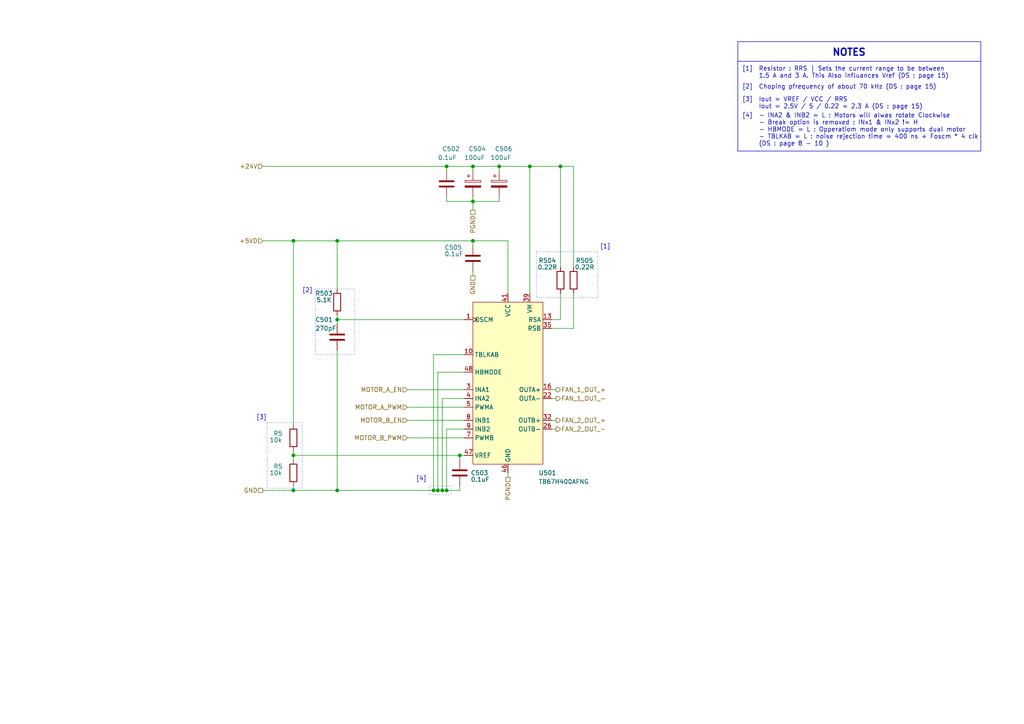
<source format=kicad_sch>
(kicad_sch (version 20230121) (generator eeschema)

  (uuid 0cf16c84-e357-4852-8281-f7d90423262f)

  (paper "A4")

  (title_block
    (title "Reflow Oven Control")
    (date "2023-04-16")
    (rev "1.1")
  )

  (lib_symbols
    (symbol "350_power_driver_motor_dc:TB67H400AFNG,EL" (in_bom yes) (on_board yes)
      (property "Reference" "U501" (at 8.89 -24.13 0)
        (effects (font (size 1.27 1.27)) (justify left))
      )
      (property "Value" "TB67H400AFNG" (at 8.89 -26.67 0)
        (effects (font (size 1.27 1.27)) (justify left))
      )
      (property "Footprint" "350_power_driver_motor_dc:HTSSOP48" (at 20.32 48.26 0)
        (effects (font (size 1.27 1.27)) hide)
      )
      (property "Datasheet" "https://toshiba.semicon-storage.com/us/semiconductor/product/motor-driver-ics/brushed-dc-motor-driver-ics/detail.TB67H400AFNG.html" (at 71.12 45.72 0)
        (effects (font (size 1.27 1.27)) hide)
      )
      (property "man_no" "TB67H400AFNG,EL" (at 10.16 50.8 0)
        (effects (font (size 1.27 1.27)) hide)
      )
      (property "man" "toshiba" (at -5.08 50.8 0)
        (effects (font (size 1.27 1.27)) hide)
      )
      (property "disti" "digikey" (at -5.08 43.18 0)
        (effects (font (size 1.27 1.27)) hide)
      )
      (property "disti_no" "TB67H400AFNGELTR-ND" (at 12.7 43.18 0)
        (effects (font (size 1.27 1.27)) hide)
      )
      (symbol "TB67H400AFNG,EL_0_0"
        (pin input clock (at -12.7 20.32 0) (length 2.54)
          (name "OSCM" (effects (font (size 1.27 1.27))))
          (number "1" (effects (font (size 1.27 1.27))))
        )
        (pin input line (at -12.7 10.16 0) (length 2.54)
          (name "TBLKAB" (effects (font (size 1.27 1.27))))
          (number "10" (effects (font (size 1.27 1.27))))
        )
        (pin power_out line (at 12.7 0 180) (length 2.54)
          (name "OUTA+" (effects (font (size 1.27 1.27))))
          (number "16" (effects (font (size 1.27 1.27))))
        )
        (pin power_out line (at 12.7 -2.54 180) (length 2.54)
          (name "OUTA-" (effects (font (size 1.27 1.27))))
          (number "22" (effects (font (size 1.27 1.27))))
        )
        (pin power_out line (at 12.7 -11.43 180) (length 2.54)
          (name "OUTB-" (effects (font (size 1.27 1.27))))
          (number "26" (effects (font (size 1.27 1.27))))
        )
        (pin input line (at -12.7 0 0) (length 2.54)
          (name "INA1" (effects (font (size 1.27 1.27))))
          (number "3" (effects (font (size 1.27 1.27))))
        )
        (pin input line (at -12.7 -2.54 0) (length 2.54)
          (name "INA2" (effects (font (size 1.27 1.27))))
          (number "4" (effects (font (size 1.27 1.27))))
        )
        (pin input line (at -12.7 -5.08 0) (length 2.54)
          (name "PWMA" (effects (font (size 1.27 1.27))))
          (number "5" (effects (font (size 1.27 1.27))))
        )
        (pin input line (at -12.7 -13.97 0) (length 2.54)
          (name "PWMB" (effects (font (size 1.27 1.27))))
          (number "7" (effects (font (size 1.27 1.27))))
        )
        (pin input line (at -12.7 -8.89 0) (length 2.54)
          (name "INB1" (effects (font (size 1.27 1.27))))
          (number "8" (effects (font (size 1.27 1.27))))
        )
        (pin input line (at -12.7 -11.43 0) (length 2.54)
          (name "INB2" (effects (font (size 1.27 1.27))))
          (number "9" (effects (font (size 1.27 1.27))))
        )
      )
      (symbol "TB67H400AFNG,EL_0_1"
        (rectangle (start 27.94 -2.54) (end 27.94 -2.54)
          (stroke (width 0) (type default))
          (fill (type none))
        )
      )
      (symbol "TB67H400AFNG,EL_1_0"
        (pin passive line (at 0 -24.13 90) (length 2.54) hide
          (name "GND" (effects (font (size 1.27 1.27))))
          (number "11" (effects (font (size 1.27 1.27))))
        )
        (pin no_connect line (at -8.89 35.56 0) (length 2.54) hide
          (name "NC" (effects (font (size 1.27 1.27))))
          (number "12" (effects (font (size 1.27 1.27))))
        )
        (pin output line (at 12.7 20.32 180) (length 2.54)
          (name "RSA" (effects (font (size 1.27 1.27))))
          (number "13" (effects (font (size 1.27 1.27))))
        )
        (pin output line (at 12.7 20.32 180) (length 2.54) hide
          (name "RSA" (effects (font (size 1.27 1.27))))
          (number "14" (effects (font (size 1.27 1.27))))
        )
        (pin no_connect line (at -8.89 35.56 0) (length 2.54) hide
          (name "NC" (effects (font (size 1.27 1.27))))
          (number "15" (effects (font (size 1.27 1.27))))
        )
        (pin power_out line (at 12.7 0 180) (length 2.54) hide
          (name "OUTA+" (effects (font (size 1.27 1.27))))
          (number "17" (effects (font (size 1.27 1.27))))
        )
        (pin no_connect line (at -8.89 35.56 0) (length 2.54) hide
          (name "NC" (effects (font (size 1.27 1.27))))
          (number "18" (effects (font (size 1.27 1.27))))
        )
        (pin no_connect line (at -8.89 35.56 0) (length 2.54) hide
          (name "NC" (effects (font (size 1.27 1.27))))
          (number "19" (effects (font (size 1.27 1.27))))
        )
        (pin no_connect line (at -8.89 35.56 0) (length 2.54) hide
          (name "NC" (effects (font (size 1.27 1.27))))
          (number "2" (effects (font (size 1.27 1.27))))
        )
        (pin passive line (at 0 -24.13 90) (length 2.54) hide
          (name "GND" (effects (font (size 1.27 1.27))))
          (number "20" (effects (font (size 1.27 1.27))))
        )
        (pin no_connect line (at -8.89 35.56 0) (length 2.54) hide
          (name "NC" (effects (font (size 1.27 1.27))))
          (number "21" (effects (font (size 1.27 1.27))))
        )
        (pin power_out line (at 12.7 -2.54 180) (length 2.54) hide
          (name "OUTA-" (effects (font (size 1.27 1.27))))
          (number "23" (effects (font (size 1.27 1.27))))
        )
        (pin passive line (at 0 -24.13 90) (length 2.54) hide
          (name "GND" (effects (font (size 1.27 1.27))))
          (number "24" (effects (font (size 1.27 1.27))))
        )
        (pin passive line (at 0 -24.13 90) (length 2.54) hide
          (name "GND" (effects (font (size 1.27 1.27))))
          (number "25" (effects (font (size 1.27 1.27))))
        )
        (pin power_out line (at 12.7 -11.43 180) (length 2.54) hide
          (name "OUTB-" (effects (font (size 1.27 1.27))))
          (number "27" (effects (font (size 1.27 1.27))))
        )
        (pin no_connect line (at -8.89 35.56 0) (length 2.54) hide
          (name "NC" (effects (font (size 1.27 1.27))))
          (number "28" (effects (font (size 1.27 1.27))))
        )
        (pin passive line (at 0 -24.13 90) (length 2.54) hide
          (name "GND" (effects (font (size 1.27 1.27))))
          (number "29" (effects (font (size 1.27 1.27))))
        )
        (pin no_connect line (at -8.89 35.56 0) (length 2.54) hide
          (name "NC" (effects (font (size 1.27 1.27))))
          (number "30" (effects (font (size 1.27 1.27))))
        )
        (pin no_connect line (at -8.89 35.56 0) (length 2.54) hide
          (name "NC" (effects (font (size 1.27 1.27))))
          (number "31" (effects (font (size 1.27 1.27))))
        )
        (pin power_out line (at 12.7 -8.89 180) (length 2.54)
          (name "OUTB+" (effects (font (size 1.27 1.27))))
          (number "32" (effects (font (size 1.27 1.27))))
        )
        (pin power_out line (at 12.7 -8.89 180) (length 2.54) hide
          (name "OUTB+" (effects (font (size 1.27 1.27))))
          (number "33" (effects (font (size 1.27 1.27))))
        )
        (pin no_connect line (at -8.89 35.56 0) (length 2.54) hide
          (name "NC" (effects (font (size 1.27 1.27))))
          (number "34" (effects (font (size 1.27 1.27))))
        )
        (pin output line (at 12.7 17.78 180) (length 2.54)
          (name "RSB" (effects (font (size 1.27 1.27))))
          (number "35" (effects (font (size 1.27 1.27))))
        )
        (pin output line (at 12.7 17.78 180) (length 2.54) hide
          (name "RSB" (effects (font (size 1.27 1.27))))
          (number "36" (effects (font (size 1.27 1.27))))
        )
        (pin no_connect line (at -8.89 35.56 0) (length 2.54) hide
          (name "NC" (effects (font (size 1.27 1.27))))
          (number "37" (effects (font (size 1.27 1.27))))
        )
        (pin no_connect line (at -8.89 35.56 0) (length 2.54) hide
          (name "NC" (effects (font (size 1.27 1.27))))
          (number "38" (effects (font (size 1.27 1.27))))
        )
        (pin power_in line (at 6.35 27.94 270) (length 2.54)
          (name "VM" (effects (font (size 1.27 1.27))))
          (number "39" (effects (font (size 1.27 1.27))))
        )
        (pin no_connect line (at -8.89 35.56 0) (length 2.54) hide
          (name "NC" (effects (font (size 1.27 1.27))))
          (number "40" (effects (font (size 1.27 1.27))))
        )
        (pin power_in line (at 0 27.94 270) (length 2.54)
          (name "VCC" (effects (font (size 1.27 1.27))))
          (number "41" (effects (font (size 1.27 1.27))))
        )
        (pin no_connect line (at -8.89 35.56 0) (length 2.54) hide
          (name "NC" (effects (font (size 1.27 1.27))))
          (number "42" (effects (font (size 1.27 1.27))))
        )
        (pin no_connect line (at -8.89 35.56 0) (length 2.54) hide
          (name "NC" (effects (font (size 1.27 1.27))))
          (number "43" (effects (font (size 1.27 1.27))))
        )
        (pin no_connect line (at -8.89 35.56 0) (length 2.54) hide
          (name "NC" (effects (font (size 1.27 1.27))))
          (number "44" (effects (font (size 1.27 1.27))))
        )
        (pin no_connect line (at -8.89 35.56 0) (length 2.54) hide
          (name "NC" (effects (font (size 1.27 1.27))))
          (number "45" (effects (font (size 1.27 1.27))))
        )
        (pin passive line (at 0 -24.13 90) (length 2.54)
          (name "GND" (effects (font (size 1.27 1.27))))
          (number "46" (effects (font (size 1.27 1.27))))
        )
        (pin input line (at -12.7 -19.05 0) (length 2.54)
          (name "VREF" (effects (font (size 1.27 1.27))))
          (number "47" (effects (font (size 1.27 1.27))))
        )
        (pin input line (at -12.7 5.08 0) (length 2.54)
          (name "HBMODE" (effects (font (size 1.27 1.27))))
          (number "48" (effects (font (size 1.27 1.27))))
        )
        (pin no_connect line (at -8.89 35.56 0) (length 2.54) hide
          (name "NC" (effects (font (size 1.27 1.27))))
          (number "6" (effects (font (size 1.27 1.27))))
        )
        (pin passive line (at 0 -24.13 90) (length 2.54) hide
          (name "GND" (effects (font (size 1.27 1.27))))
          (number "PAD" (effects (font (size 1.27 1.27))))
        )
      )
      (symbol "TB67H400AFNG,EL_1_1"
        (rectangle (start -10.16 25.4) (end 10.16 -21.59)
          (stroke (width 0) (type default))
          (fill (type background))
        )
      )
    )
    (symbol "Device:C" (pin_numbers hide) (pin_names (offset 0.254)) (in_bom yes) (on_board yes)
      (property "Reference" "C" (at 0.635 2.54 0)
        (effects (font (size 1.27 1.27)) (justify left))
      )
      (property "Value" "C" (at 0.635 -2.54 0)
        (effects (font (size 1.27 1.27)) (justify left))
      )
      (property "Footprint" "" (at 0.9652 -3.81 0)
        (effects (font (size 1.27 1.27)) hide)
      )
      (property "Datasheet" "~" (at 0 0 0)
        (effects (font (size 1.27 1.27)) hide)
      )
      (property "ki_keywords" "cap capacitor" (at 0 0 0)
        (effects (font (size 1.27 1.27)) hide)
      )
      (property "ki_description" "Unpolarized capacitor" (at 0 0 0)
        (effects (font (size 1.27 1.27)) hide)
      )
      (property "ki_fp_filters" "C_*" (at 0 0 0)
        (effects (font (size 1.27 1.27)) hide)
      )
      (symbol "C_0_1"
        (polyline
          (pts
            (xy -2.032 -0.762)
            (xy 2.032 -0.762)
          )
          (stroke (width 0.508) (type default))
          (fill (type none))
        )
        (polyline
          (pts
            (xy -2.032 0.762)
            (xy 2.032 0.762)
          )
          (stroke (width 0.508) (type default))
          (fill (type none))
        )
      )
      (symbol "C_1_1"
        (pin passive line (at 0 3.81 270) (length 2.794)
          (name "~" (effects (font (size 1.27 1.27))))
          (number "1" (effects (font (size 1.27 1.27))))
        )
        (pin passive line (at 0 -3.81 90) (length 2.794)
          (name "~" (effects (font (size 1.27 1.27))))
          (number "2" (effects (font (size 1.27 1.27))))
        )
      )
    )
    (symbol "Device:C_Polarized" (pin_numbers hide) (pin_names (offset 0.254)) (in_bom yes) (on_board yes)
      (property "Reference" "C" (at 0.635 2.54 0)
        (effects (font (size 1.27 1.27)) (justify left))
      )
      (property "Value" "C_Polarized" (at 0.635 -2.54 0)
        (effects (font (size 1.27 1.27)) (justify left))
      )
      (property "Footprint" "" (at 0.9652 -3.81 0)
        (effects (font (size 1.27 1.27)) hide)
      )
      (property "Datasheet" "~" (at 0 0 0)
        (effects (font (size 1.27 1.27)) hide)
      )
      (property "ki_keywords" "cap capacitor" (at 0 0 0)
        (effects (font (size 1.27 1.27)) hide)
      )
      (property "ki_description" "Polarized capacitor" (at 0 0 0)
        (effects (font (size 1.27 1.27)) hide)
      )
      (property "ki_fp_filters" "CP_*" (at 0 0 0)
        (effects (font (size 1.27 1.27)) hide)
      )
      (symbol "C_Polarized_0_1"
        (rectangle (start -2.286 0.508) (end 2.286 1.016)
          (stroke (width 0) (type default))
          (fill (type none))
        )
        (polyline
          (pts
            (xy -1.778 2.286)
            (xy -0.762 2.286)
          )
          (stroke (width 0) (type default))
          (fill (type none))
        )
        (polyline
          (pts
            (xy -1.27 2.794)
            (xy -1.27 1.778)
          )
          (stroke (width 0) (type default))
          (fill (type none))
        )
        (rectangle (start 2.286 -0.508) (end -2.286 -1.016)
          (stroke (width 0) (type default))
          (fill (type outline))
        )
      )
      (symbol "C_Polarized_1_1"
        (pin passive line (at 0 3.81 270) (length 2.794)
          (name "~" (effects (font (size 1.27 1.27))))
          (number "1" (effects (font (size 1.27 1.27))))
        )
        (pin passive line (at 0 -3.81 90) (length 2.794)
          (name "~" (effects (font (size 1.27 1.27))))
          (number "2" (effects (font (size 1.27 1.27))))
        )
      )
    )
    (symbol "Device:R" (pin_numbers hide) (pin_names (offset 0)) (in_bom yes) (on_board yes)
      (property "Reference" "R" (at 2.032 0 90)
        (effects (font (size 1.27 1.27)))
      )
      (property "Value" "R" (at 0 0 90)
        (effects (font (size 1.27 1.27)))
      )
      (property "Footprint" "" (at -1.778 0 90)
        (effects (font (size 1.27 1.27)) hide)
      )
      (property "Datasheet" "~" (at 0 0 0)
        (effects (font (size 1.27 1.27)) hide)
      )
      (property "ki_keywords" "R res resistor" (at 0 0 0)
        (effects (font (size 1.27 1.27)) hide)
      )
      (property "ki_description" "Resistor" (at 0 0 0)
        (effects (font (size 1.27 1.27)) hide)
      )
      (property "ki_fp_filters" "R_*" (at 0 0 0)
        (effects (font (size 1.27 1.27)) hide)
      )
      (symbol "R_0_1"
        (rectangle (start -1.016 -2.54) (end 1.016 2.54)
          (stroke (width 0.254) (type default))
          (fill (type none))
        )
      )
      (symbol "R_1_1"
        (pin passive line (at 0 3.81 270) (length 1.27)
          (name "~" (effects (font (size 1.27 1.27))))
          (number "1" (effects (font (size 1.27 1.27))))
        )
        (pin passive line (at 0 -3.81 90) (length 1.27)
          (name "~" (effects (font (size 1.27 1.27))))
          (number "2" (effects (font (size 1.27 1.27))))
        )
      )
    )
  )

  (junction (at 162.56 48.26) (diameter 0) (color 0 0 0 0)
    (uuid 125ad1ab-b53d-4ecb-9304-514df626681c)
  )
  (junction (at 85.09 142.24) (diameter 0) (color 0 0 0 0)
    (uuid 14ae640a-e249-4a95-8202-d9c57cf29450)
  )
  (junction (at 85.09 132.08) (diameter 0) (color 0 0 0 0)
    (uuid 21130516-40f8-42e9-8aa1-cdc3332a1b00)
  )
  (junction (at 97.79 92.71) (diameter 0) (color 0 0 0 0)
    (uuid 2c9df5c6-da43-4fc0-adc6-297f69f7da3f)
  )
  (junction (at 144.78 48.26) (diameter 0) (color 0 0 0 0)
    (uuid 4cf85aaf-d2d3-457a-a291-bc0121e84ca7)
  )
  (junction (at 97.79 69.85) (diameter 0) (color 0 0 0 0)
    (uuid 4f3e9054-93d3-492f-bf4d-4e981606c980)
  )
  (junction (at 133.35 132.08) (diameter 0) (color 0 0 0 0)
    (uuid 542786dc-0025-4782-bebc-4f7ff87da0eb)
  )
  (junction (at 137.16 69.85) (diameter 0) (color 0 0 0 0)
    (uuid 5467a70c-be05-41ce-8e01-d4262d160eb0)
  )
  (junction (at 129.54 142.24) (diameter 0) (color 0 0 0 0)
    (uuid 566f08d0-af31-42b0-9140-af84079a5f34)
  )
  (junction (at 97.79 142.24) (diameter 0) (color 0 0 0 0)
    (uuid 63379bae-7e40-4a1d-b5c1-31a580b3ef76)
  )
  (junction (at 127 142.24) (diameter 0) (color 0 0 0 0)
    (uuid 7373033e-6ae8-4dca-954d-462b722b0ad2)
  )
  (junction (at 137.16 48.26) (diameter 0) (color 0 0 0 0)
    (uuid 752a4afa-1d99-4eb3-94d1-2de706332d64)
  )
  (junction (at 125.73 142.24) (diameter 0) (color 0 0 0 0)
    (uuid 7dd35e3f-5146-438f-8a2f-164920c4ed1a)
  )
  (junction (at 128.27 142.24) (diameter 0) (color 0 0 0 0)
    (uuid 97c4fa81-f02b-476f-860a-2af0d8e35bf9)
  )
  (junction (at 153.67 48.26) (diameter 0) (color 0 0 0 0)
    (uuid a521667a-81d8-4137-a5e6-c479393be3ae)
  )
  (junction (at 129.54 48.26) (diameter 0) (color 0 0 0 0)
    (uuid c7384406-1181-4d57-be3d-cb024c2d1fa2)
  )
  (junction (at 137.16 58.42) (diameter 0) (color 0 0 0 0)
    (uuid e1fed3f3-6b94-44a2-95fe-4a304025b204)
  )
  (junction (at 85.09 69.85) (diameter 0) (color 0 0 0 0)
    (uuid fe0c9dab-b6af-4c80-9a2c-f1f37ef7a61f)
  )

  (wire (pts (xy 97.79 92.71) (xy 97.79 93.98))
    (stroke (width 0) (type default))
    (uuid 002bcaf6-d5a0-46ce-9c75-4001cfb1624f)
  )
  (wire (pts (xy 137.16 69.85) (xy 147.32 69.85))
    (stroke (width 0) (type default))
    (uuid 04720906-a3ac-4c45-82c8-16b2b50617ba)
  )
  (wire (pts (xy 97.79 69.85) (xy 137.16 69.85))
    (stroke (width 0) (type default))
    (uuid 0ba935c3-9e09-49c6-9165-0be795a396b2)
  )
  (wire (pts (xy 76.2 142.24) (xy 85.09 142.24))
    (stroke (width 0) (type default))
    (uuid 0e3915ca-3e42-40b6-a95a-ffc83b68eb51)
  )
  (wire (pts (xy 133.35 132.08) (xy 133.35 133.35))
    (stroke (width 0) (type default))
    (uuid 10fefcf0-e897-40a7-938f-aa9e80e01b92)
  )
  (wire (pts (xy 129.54 48.26) (xy 137.16 48.26))
    (stroke (width 0) (type default))
    (uuid 17db0d63-07c2-4a73-9079-f6a814fa5ef2)
  )
  (wire (pts (xy 129.54 124.46) (xy 129.54 142.24))
    (stroke (width 0) (type default))
    (uuid 19491951-f430-415b-a94d-7d6cfc936a9f)
  )
  (wire (pts (xy 129.54 57.15) (xy 129.54 58.42))
    (stroke (width 0) (type default))
    (uuid 1e0332fa-7544-47c2-ac41-0ef0a7b67f60)
  )
  (wire (pts (xy 129.54 142.24) (xy 133.35 142.24))
    (stroke (width 0) (type default))
    (uuid 211d67da-70cb-43e1-ae57-4b8132cb74cd)
  )
  (wire (pts (xy 137.16 71.12) (xy 137.16 69.85))
    (stroke (width 0) (type default))
    (uuid 229106a2-586c-45a0-a490-a2d42b090e5d)
  )
  (wire (pts (xy 147.32 137.16) (xy 147.32 138.43))
    (stroke (width 0) (type default))
    (uuid 2a2344ed-484a-470a-b9a2-eba9e397fc6c)
  )
  (wire (pts (xy 85.09 132.08) (xy 85.09 133.35))
    (stroke (width 0) (type default))
    (uuid 2cd646c5-48c1-40af-8f5c-966e76979f9e)
  )
  (wire (pts (xy 144.78 58.42) (xy 137.16 58.42))
    (stroke (width 0) (type default))
    (uuid 2d90baac-2be8-46ed-97b6-1085049033f8)
  )
  (wire (pts (xy 160.02 121.92) (xy 161.29 121.92))
    (stroke (width 0) (type default))
    (uuid 35e30b27-928a-436e-9097-ab98d706cd35)
  )
  (wire (pts (xy 160.02 115.57) (xy 161.29 115.57))
    (stroke (width 0) (type default))
    (uuid 361f176e-f578-4b0f-a16a-68c4b45d1478)
  )
  (wire (pts (xy 137.16 58.42) (xy 137.16 60.96))
    (stroke (width 0) (type default))
    (uuid 39cb8ece-b9a2-4d76-87ae-26c3a18f8e9d)
  )
  (wire (pts (xy 133.35 140.97) (xy 133.35 142.24))
    (stroke (width 0) (type default))
    (uuid 3a1b6d77-9bc7-483e-bbab-c13679219454)
  )
  (wire (pts (xy 133.35 132.08) (xy 134.62 132.08))
    (stroke (width 0) (type default))
    (uuid 41cb121e-25ca-4ee3-911c-eacdb1d9ba85)
  )
  (wire (pts (xy 166.37 95.25) (xy 166.37 85.09))
    (stroke (width 0) (type default))
    (uuid 42db96d1-0269-4ca5-b8b3-518596cbd59e)
  )
  (wire (pts (xy 76.2 69.85) (xy 85.09 69.85))
    (stroke (width 0) (type default))
    (uuid 471f7063-0cf3-4fcb-942d-01223d8b0168)
  )
  (wire (pts (xy 85.09 142.24) (xy 97.79 142.24))
    (stroke (width 0) (type default))
    (uuid 4c1f80ab-a18d-48ad-b9f5-d17c19cfebcb)
  )
  (wire (pts (xy 137.16 48.26) (xy 137.16 49.53))
    (stroke (width 0) (type default))
    (uuid 4c2faa58-ab6c-4d05-91e6-9fa4fd3bfd49)
  )
  (wire (pts (xy 134.62 102.87) (xy 125.73 102.87))
    (stroke (width 0) (type default))
    (uuid 53f8baa9-da75-4fe9-8515-e702cf6b5969)
  )
  (wire (pts (xy 118.11 127) (xy 134.62 127))
    (stroke (width 0) (type default))
    (uuid 57fece00-315a-4d9e-a75b-402a5f7dc6bc)
  )
  (wire (pts (xy 144.78 48.26) (xy 153.67 48.26))
    (stroke (width 0) (type default))
    (uuid 5c8882d8-e8cf-47c6-b45a-d869848bd822)
  )
  (wire (pts (xy 166.37 77.47) (xy 166.37 48.26))
    (stroke (width 0) (type default))
    (uuid 62a5fd6e-a378-432e-9484-971049edaaf5)
  )
  (wire (pts (xy 85.09 140.97) (xy 85.09 142.24))
    (stroke (width 0) (type default))
    (uuid 68284d7d-88b1-407c-942f-57615dc00ded)
  )
  (wire (pts (xy 166.37 48.26) (xy 162.56 48.26))
    (stroke (width 0) (type default))
    (uuid 6a636f77-d145-411e-81a0-bf1c532b447b)
  )
  (wire (pts (xy 147.32 69.85) (xy 147.32 85.09))
    (stroke (width 0) (type default))
    (uuid 723345d8-c052-4276-ad80-16ab24cfbcd5)
  )
  (polyline (pts (xy 213.995 17.78) (xy 284.48 17.78))
    (stroke (width 0) (type default))
    (uuid 787a0b01-14a3-4654-9062-bb2b4420a2a2)
  )

  (wire (pts (xy 144.78 57.15) (xy 144.78 58.42))
    (stroke (width 0) (type default))
    (uuid 7c25b7d7-cb33-45d7-9915-d8dbdb9562f8)
  )
  (wire (pts (xy 76.2 48.26) (xy 129.54 48.26))
    (stroke (width 0) (type default))
    (uuid 7cbc04f6-2922-4a1c-8091-f6eebfd55526)
  )
  (wire (pts (xy 160.02 92.71) (xy 162.56 92.71))
    (stroke (width 0) (type default))
    (uuid 7cd7837b-9feb-46e1-8375-731ef8e02540)
  )
  (wire (pts (xy 125.73 102.87) (xy 125.73 142.24))
    (stroke (width 0) (type default))
    (uuid 7f0f8e62-9d03-497f-a7e7-13ef48bad0dc)
  )
  (wire (pts (xy 134.62 124.46) (xy 129.54 124.46))
    (stroke (width 0) (type default))
    (uuid 85d251b1-a3ce-4456-8838-0db277d35ba3)
  )
  (wire (pts (xy 97.79 91.44) (xy 97.79 92.71))
    (stroke (width 0) (type default))
    (uuid 861be69b-df13-4bbe-b29b-113298650ad8)
  )
  (wire (pts (xy 153.67 48.26) (xy 162.56 48.26))
    (stroke (width 0) (type default))
    (uuid 8eeeb417-da61-4b95-9156-af14de3b916d)
  )
  (wire (pts (xy 85.09 130.81) (xy 85.09 132.08))
    (stroke (width 0) (type default))
    (uuid 96a6ed16-e0f9-4831-a807-9875112bdd40)
  )
  (wire (pts (xy 162.56 77.47) (xy 162.56 48.26))
    (stroke (width 0) (type default))
    (uuid 9e24ef77-e85c-462f-a734-02d2c2fe13ec)
  )
  (wire (pts (xy 129.54 48.26) (xy 129.54 49.53))
    (stroke (width 0) (type default))
    (uuid 9e78e692-1434-44f8-8790-e350762d59c9)
  )
  (wire (pts (xy 97.79 142.24) (xy 125.73 142.24))
    (stroke (width 0) (type default))
    (uuid a097bb6c-b4f0-44e5-a7b7-7e00f1772c7f)
  )
  (wire (pts (xy 118.11 118.11) (xy 134.62 118.11))
    (stroke (width 0) (type default))
    (uuid a4f15568-4354-4ff4-8db9-5e45fe93e41d)
  )
  (wire (pts (xy 128.27 142.24) (xy 129.54 142.24))
    (stroke (width 0) (type default))
    (uuid a8129d4d-1b21-43e0-b25b-62848f5b3680)
  )
  (wire (pts (xy 127 107.95) (xy 127 142.24))
    (stroke (width 0) (type default))
    (uuid a8e575e7-71a5-4ab4-b874-d88eab464965)
  )
  (wire (pts (xy 144.78 48.26) (xy 144.78 49.53))
    (stroke (width 0) (type default))
    (uuid abd6c6f7-4736-421d-b29c-ae40290f86f0)
  )
  (wire (pts (xy 97.79 92.71) (xy 134.62 92.71))
    (stroke (width 0) (type default))
    (uuid b3554d70-5108-4e6a-bba7-c255f26c1d04)
  )
  (wire (pts (xy 137.16 78.74) (xy 137.16 80.01))
    (stroke (width 0) (type default))
    (uuid b6c40a5f-8dec-4ccf-bb0c-6ca1339a31cc)
  )
  (wire (pts (xy 134.62 107.95) (xy 127 107.95))
    (stroke (width 0) (type default))
    (uuid b7d8bc5a-05ea-43da-9920-940c6fe51ccd)
  )
  (wire (pts (xy 97.79 69.85) (xy 97.79 83.82))
    (stroke (width 0) (type default))
    (uuid bf3fd975-a0b8-4c29-89fb-e71df65f0a1a)
  )
  (wire (pts (xy 127 142.24) (xy 128.27 142.24))
    (stroke (width 0) (type default))
    (uuid c12c8c7c-8983-4f40-80b3-7e4995b6b59f)
  )
  (wire (pts (xy 118.11 121.92) (xy 134.62 121.92))
    (stroke (width 0) (type default))
    (uuid c2b825d3-6738-4468-88ab-cb9241b87bd8)
  )
  (wire (pts (xy 85.09 132.08) (xy 133.35 132.08))
    (stroke (width 0) (type default))
    (uuid cf14bc14-0961-4dc7-836e-1f3ab877d64f)
  )
  (wire (pts (xy 160.02 124.46) (xy 161.29 124.46))
    (stroke (width 0) (type default))
    (uuid d818cae5-b255-497b-946e-09caf69360bf)
  )
  (wire (pts (xy 125.73 142.24) (xy 127 142.24))
    (stroke (width 0) (type default))
    (uuid d9215c58-cf86-48bb-ab36-4047a8917fe1)
  )
  (wire (pts (xy 97.79 101.6) (xy 97.79 142.24))
    (stroke (width 0) (type default))
    (uuid e7d7b45b-77cd-42a0-85e4-03f458798073)
  )
  (wire (pts (xy 160.02 113.03) (xy 161.29 113.03))
    (stroke (width 0) (type default))
    (uuid ea90b38a-1067-4000-9d6c-431ef283f6ee)
  )
  (wire (pts (xy 153.67 48.26) (xy 153.67 85.09))
    (stroke (width 0) (type default))
    (uuid ec70d1de-807f-45d6-b692-6f5a1ab4881b)
  )
  (wire (pts (xy 137.16 57.15) (xy 137.16 58.42))
    (stroke (width 0) (type default))
    (uuid ed92e449-3701-4c16-b730-8ae38f1c660b)
  )
  (wire (pts (xy 162.56 92.71) (xy 162.56 85.09))
    (stroke (width 0) (type default))
    (uuid ee335ab1-7da3-4b58-a6f6-a705654efb0c)
  )
  (wire (pts (xy 160.02 95.25) (xy 166.37 95.25))
    (stroke (width 0) (type default))
    (uuid eec09608-ded7-4eb8-8421-02fc6d5c1993)
  )
  (wire (pts (xy 85.09 69.85) (xy 85.09 123.19))
    (stroke (width 0) (type default))
    (uuid ef544117-4f0a-4b3c-8b74-7f17014d7b47)
  )
  (wire (pts (xy 85.09 69.85) (xy 97.79 69.85))
    (stroke (width 0) (type default))
    (uuid efb3b598-d9a4-45f1-8969-caf16e40d206)
  )
  (wire (pts (xy 137.16 48.26) (xy 144.78 48.26))
    (stroke (width 0) (type default))
    (uuid f0286fc7-8678-493a-a1bb-a2ab645fa730)
  )
  (wire (pts (xy 118.11 113.03) (xy 134.62 113.03))
    (stroke (width 0) (type default))
    (uuid f1a69822-c5e6-40ac-9f80-4e56129d1c4e)
  )
  (wire (pts (xy 128.27 115.57) (xy 128.27 142.24))
    (stroke (width 0) (type default))
    (uuid f7010562-b46a-4b50-9480-5392e6cb2c47)
  )
  (wire (pts (xy 129.54 58.42) (xy 137.16 58.42))
    (stroke (width 0) (type default))
    (uuid fb4f985a-30b7-4b6e-9062-42e55649e63f)
  )
  (wire (pts (xy 134.62 115.57) (xy 128.27 115.57))
    (stroke (width 0) (type default))
    (uuid fc25f90c-9562-44d9-a8a5-29c17d9b4659)
  )

  (rectangle (start 91.44 83.82) (end 102.87 102.87)
    (stroke (width 0) (type dot))
    (fill (type none))
    (uuid 0a88bb34-a66d-42a9-bff1-416da6d60c0b)
  )
  (rectangle (start 213.995 12.065) (end 284.48 43.815)
    (stroke (width 0) (type default))
    (fill (type none))
    (uuid 2ad9d023-0659-4223-b971-da4ca5d933dc)
  )
  (rectangle (start 124.46 140.97) (end 130.81 143.51)
    (stroke (width 0) (type dot))
    (fill (type none))
    (uuid 60585591-6e86-4ae5-b03f-6108ec9ae315)
  )
  (rectangle (start 77.47 122.555) (end 87.63 141.605)
    (stroke (width 0) (type dot))
    (fill (type none))
    (uuid d52b4101-f817-4643-a7f7-338b7b02bf45)
  )
  (rectangle (start 155.575 73.025) (end 173.355 86.36)
    (stroke (width 0) (type dot))
    (fill (type none))
    (uuid e119be33-3028-4ae6-9694-6444cd900a4d)
  )

  (text "[1]	Resistor : RRS | Sets the current range to be between \n	1.5 A and 3 A. This Also influances Vref (DS : page 15)"
    (at 215.265 22.86 0)
    (effects (font (size 1.27 1.27)) (justify left bottom))
    (uuid 025d9bf7-da50-439f-a8d0-32ddaa89033a)
  )
  (text "[2]" (at 87.63 85.09 0)
    (effects (font (size 1.27 1.27)) (justify left bottom))
    (uuid 10d7ff9e-b923-49c3-b8cf-087365989410)
  )
  (text "[2]	Choping pfrequency of about 70 kHz (DS : page 15)\n"
    (at 215.265 26.035 0)
    (effects (font (size 1.27 1.27)) (justify left bottom))
    (uuid 3d56af17-ad68-4290-bbff-ece42e7b6864)
  )
  (text "[3]" (at 74.295 121.92 0)
    (effects (font (size 1.27 1.27)) (justify left bottom))
    (uuid 5892dd0c-9555-49b4-a69e-ead1c81fd015)
  )
  (text "[3]	Iout = VREF / VCC / RRS \n	Iout = 2.5V / 5 / 0.22 = 2.3 A (DS : page 15)\n"
    (at 215.265 31.75 0)
    (effects (font (size 1.27 1.27)) (justify left bottom))
    (uuid 5b46cb8c-b5fe-4cda-a6d0-b79205b56c80)
  )
  (text "[1]" (at 173.99 72.39 0)
    (effects (font (size 1.27 1.27)) (justify left bottom))
    (uuid 9871414e-586e-45fb-8dc7-b7fe49ec76fb)
  )
  (text "[4]	- INA2 & INB2 = L : Motors will alwas rotate Clockwise\n	- Break option is removed : INx1 & INx2 != H\n	- HBMODE = L : Opperatiom mode only supports dual motor\n	- TBLKAB = L : noise rejection time = 400 ns + Foscm * 4 clk\n	(DS : page 8 - 10 ) "
    (at 215.265 42.545 0)
    (effects (font (size 1.27 1.27)) (justify left bottom))
    (uuid f2085089-cda5-44b9-aa8d-06137a78253a)
  )
  (text "[4]" (at 120.65 139.7 0)
    (effects (font (size 1.27 1.27)) (justify left bottom))
    (uuid f4a462db-63e4-4384-b2a2-68345a8265b9)
  )
  (text "NOTES" (at 241.3 16.51 0)
    (effects (font (size 2 2) (thickness 0.4) bold) (justify left bottom))
    (uuid f5b37d8e-f202-490c-b5cd-99fa983f5a3a)
  )

  (hierarchical_label "PGND" (shape passive) (at 137.16 60.96 270) (fields_autoplaced)
    (effects (font (size 1.27 1.27)) (justify right))
    (uuid 02b47473-ff2b-40f9-b4e5-1ac117d53d44)
  )
  (hierarchical_label "+24V" (shape input) (at 76.2 48.26 180) (fields_autoplaced)
    (effects (font (size 1.27 1.27)) (justify right))
    (uuid 0aaf37c4-17f2-45b6-a6f6-7d3fe8127c86)
  )
  (hierarchical_label "GND" (shape passive) (at 137.16 80.01 270) (fields_autoplaced)
    (effects (font (size 1.27 1.27)) (justify right))
    (uuid 22b8364c-f053-42b7-a250-91dad46bc56d)
  )
  (hierarchical_label "MOTOR_A_EN" (shape input) (at 118.11 113.03 180) (fields_autoplaced)
    (effects (font (size 1.27 1.27)) (justify right))
    (uuid 402cd490-1fb2-4bf4-86aa-3a15237e3354)
  )
  (hierarchical_label "+5VD" (shape input) (at 76.2 69.85 180) (fields_autoplaced)
    (effects (font (size 1.27 1.27)) (justify right))
    (uuid 421802be-a7ee-43f3-b593-6bbbc2164261)
  )
  (hierarchical_label "MOTOR_A_PWM" (shape input) (at 118.11 118.11 180) (fields_autoplaced)
    (effects (font (size 1.27 1.27)) (justify right))
    (uuid 47818b6a-5700-4965-8343-b0046619857d)
  )
  (hierarchical_label "FAN_2_OUT_-" (shape output) (at 161.29 124.46 0) (fields_autoplaced)
    (effects (font (size 1.27 1.27)) (justify left))
    (uuid 6b5e3a04-b23d-46a4-97e4-ae5a5665b37b)
  )
  (hierarchical_label "FAN_1_OUT_+" (shape output) (at 161.29 113.03 0) (fields_autoplaced)
    (effects (font (size 1.27 1.27)) (justify left))
    (uuid 936fd943-b83b-4897-8923-caa65b5e7ec3)
  )
  (hierarchical_label "GND" (shape passive) (at 76.2 142.24 180) (fields_autoplaced)
    (effects (font (size 1.27 1.27)) (justify right))
    (uuid c7025ee5-ebd5-4863-8c92-2ceebfc2a648)
  )
  (hierarchical_label "PGND" (shape passive) (at 147.32 138.43 270) (fields_autoplaced)
    (effects (font (size 1.27 1.27)) (justify right))
    (uuid c953c25e-5a2c-43f7-81a0-c44eaf3177be)
  )
  (hierarchical_label "FAN_2_OUT_+" (shape output) (at 161.29 121.92 0) (fields_autoplaced)
    (effects (font (size 1.27 1.27)) (justify left))
    (uuid cc17b36d-b96f-4946-b1e9-b679f3ed9dd0)
  )
  (hierarchical_label "MOTOR_B_PWM" (shape input) (at 118.11 127 180) (fields_autoplaced)
    (effects (font (size 1.27 1.27)) (justify right))
    (uuid d232729b-f4aa-4278-8e4c-7c150ac42694)
  )
  (hierarchical_label "FAN_1_OUT_-" (shape output) (at 161.29 115.57 0) (fields_autoplaced)
    (effects (font (size 1.27 1.27)) (justify left))
    (uuid d910326c-19ec-467c-afa5-a2a8c37123db)
  )
  (hierarchical_label "MOTOR_B_EN" (shape input) (at 118.11 121.92 180) (fields_autoplaced)
    (effects (font (size 1.27 1.27)) (justify right))
    (uuid e58f8ea2-ed0d-4196-b3d9-8658fdd71c43)
  )

  (symbol (lib_id "350_power_driver_motor_dc:TB67H400AFNG,EL") (at 147.32 113.03 0) (unit 1)
    (in_bom yes) (on_board yes) (dnp no)
    (uuid 11cfa7f8-a824-45d2-80d8-fb707759e17e)
    (property "Reference" "U501" (at 156.21 137.16 0)
      (effects (font (size 1.27 1.27)) (justify left))
    )
    (property "Value" "TB67H400AFNG" (at 156.21 139.7 0)
      (effects (font (size 1.27 1.27)) (justify left))
    )
    (property "Footprint" "350_power_driver_motor_dc:HTSSOP48" (at 167.64 64.77 0)
      (effects (font (size 1.27 1.27)) hide)
    )
    (property "Datasheet" "https://toshiba.semicon-storage.com/us/semiconductor/product/motor-driver-ics/brushed-dc-motor-driver-ics/detail.TB67H400AFNG.html" (at 218.44 67.31 0)
      (effects (font (size 1.27 1.27)) hide)
    )
    (property "man" "toshiba" (at 142.24 62.23 0)
      (effects (font (size 1.27 1.27)) hide)
    )
    (property "man_no" "TB67H400AFNG,EL" (at 157.48 62.23 0)
      (effects (font (size 1.27 1.27)) hide)
    )
    (property "disti" "digikey" (at 142.24 69.85 0)
      (effects (font (size 1.27 1.27)) hide)
    )
    (property "disti_no" "TB67H400AFNGELTR-ND" (at 160.02 69.85 0)
      (effects (font (size 1.27 1.27)) hide)
    )
    (pin "1" (uuid f71425a3-c0dc-4de9-820c-756d2c3054e6))
    (pin "10" (uuid 0f259ead-65ea-4562-b3f9-0134d1137502))
    (pin "16" (uuid 04eb647a-07a3-439c-a748-8b32dcfb5c78))
    (pin "22" (uuid 9809951f-a956-4d85-8bcf-947855b111fb))
    (pin "26" (uuid 9b6bed84-5626-429d-81f1-e8be9d77a0b6))
    (pin "3" (uuid 7c87316c-ab4d-466b-97f7-5c53864efec2))
    (pin "4" (uuid 9c7b462d-4f12-4218-a067-163167b730ae))
    (pin "5" (uuid 57290a26-9aa8-4398-8542-6fcabe8175bd))
    (pin "7" (uuid 81002522-e27c-46d7-946b-a3af60252dd5))
    (pin "8" (uuid 2a685f4f-af73-4ad3-9157-6e3b008f3d10))
    (pin "9" (uuid 173a3368-7a4b-4e0a-b9b1-c9561000343f))
    (pin "11" (uuid d257a08b-c913-4dda-94b4-a47fef6ebaa9))
    (pin "12" (uuid b8383b13-335b-4ff1-bd88-15b6ecd369e4))
    (pin "13" (uuid f9b88577-08eb-4eab-abda-0a20e70f0025))
    (pin "14" (uuid 3aded984-bf91-4de2-8ef0-1e0e97b5530f))
    (pin "15" (uuid f80d2bfb-ba1b-4176-8bd9-605ecfb3a296))
    (pin "17" (uuid 88e4538f-450f-42bf-91cb-889ade954538))
    (pin "18" (uuid 4218c124-4c6a-464c-9c90-58fe2ffe2654))
    (pin "19" (uuid 2e34f02d-8b45-429a-9ba3-40fa71d1e4cc))
    (pin "2" (uuid 941480b5-98e0-44aa-b248-00c27b30e847))
    (pin "20" (uuid aa6472fd-4656-4ca8-bebd-5cd8da73bc5c))
    (pin "21" (uuid e2174f23-fcfa-4b2d-bfdd-51d56caf911d))
    (pin "23" (uuid 7910d90e-a26e-4d1e-a07e-2b81473518a6))
    (pin "24" (uuid e5d4eadc-1b3e-408c-8bff-cabf2600d5b9))
    (pin "25" (uuid f3221b7e-7a45-46af-8152-1a9d0c5f8325))
    (pin "27" (uuid b18065ab-168a-4347-bee4-930610f3b3d3))
    (pin "28" (uuid 548f9083-d244-4637-ae72-dfae883fc09f))
    (pin "29" (uuid 26d1916f-271f-47ec-a0b7-067442990376))
    (pin "30" (uuid 6bbce33f-9ad3-4f39-a656-0cd389b4672d))
    (pin "31" (uuid 7ed4e320-8cea-4298-ae97-b5082ac5a1c9))
    (pin "32" (uuid c3d8f81f-25ce-4a1b-b69d-2bc738dc4b9e))
    (pin "33" (uuid 95bdb821-cce3-4c8d-9b67-37c94c852a89))
    (pin "34" (uuid e937de84-a403-4b06-8538-f40cee8dc301))
    (pin "35" (uuid 80c1c25f-a993-408e-bb86-772f95337f30))
    (pin "36" (uuid 6d53698d-2bee-41db-97a8-581d689646a6))
    (pin "37" (uuid aae6dbbc-db00-4d93-81dc-a986402a99cb))
    (pin "38" (uuid af74860f-c268-4cb6-b6cc-74af9f12610d))
    (pin "39" (uuid 351bce51-57fb-4ab7-8449-9540fcf1f4d4))
    (pin "40" (uuid 42774717-dfa9-4b18-a9f8-18b9bf1b499e))
    (pin "41" (uuid ffa1ba4b-58b5-4563-bb16-98cbfa835d52))
    (pin "42" (uuid e16df312-75f2-41bf-9039-c1875c0c0c42))
    (pin "43" (uuid d1060e1c-7e8b-4783-8d35-b2d53cf6dfa3))
    (pin "44" (uuid 27500387-2edb-4198-b6ed-4729582db6c6))
    (pin "45" (uuid e36c7de4-339e-447b-8c30-bf9d13314bf6))
    (pin "46" (uuid ddeef215-56e2-4937-a8e9-00f93540907a))
    (pin "47" (uuid 5323ca5d-938a-4270-85d8-4f129cd92566))
    (pin "48" (uuid 431a61e4-a863-4ea4-938d-714a6282e146))
    (pin "6" (uuid 5bdc7f72-e889-4284-9f2f-ee4fc303fba8))
    (pin "PAD" (uuid 9d650e42-5f43-46aa-b4f8-963859732fa5))
    (instances
      (project "ReflowController"
        (path "/2394cc2a-b9b0-4c0b-be11-1fc6085b0d5c/88b069ca-209a-441b-9ebc-a973d3ca8ace"
          (reference "U501") (unit 1)
        )
      )
    )
  )

  (symbol (lib_id "Device:C_Polarized") (at 144.78 53.34 0) (unit 1)
    (in_bom yes) (on_board yes) (dnp no)
    (uuid 1ec1b74d-fccc-44b8-a7e6-b271fbdb9640)
    (property "Reference" "C506" (at 143.51 43.18 0)
      (effects (font (size 1.27 1.27)) (justify left))
    )
    (property "Value" "100uF" (at 142.24 45.72 0)
      (effects (font (size 1.27 1.27)) (justify left))
    )
    (property "Footprint" "Capacitor_SMD:CP_Elec_8x10.5" (at 145.7452 57.15 0)
      (effects (font (size 1.27 1.27)) hide)
    )
    (property "Datasheet" "~" (at 144.78 53.34 0)
      (effects (font (size 1.27 1.27)) hide)
    )
    (property "man" "panasonic" (at 144.78 53.34 0)
      (effects (font (size 1.27 1.27)) hide)
    )
    (property "man_no" "EEE-FK1H101P" (at 144.78 53.34 0)
      (effects (font (size 1.27 1.27)) hide)
    )
    (property "disti" "digikey" (at 144.78 53.34 0)
      (effects (font (size 1.27 1.27)) hide)
    )
    (property "disti_no" "PCE3809TR-ND" (at 144.78 53.34 0)
      (effects (font (size 1.27 1.27)) hide)
    )
    (pin "1" (uuid a36d3680-8770-4f56-bc14-5b39c97d14cc))
    (pin "2" (uuid 84d27daa-25c2-41da-86a8-1bafd4994aff))
    (instances
      (project "ReflowController"
        (path "/2394cc2a-b9b0-4c0b-be11-1fc6085b0d5c/88b069ca-209a-441b-9ebc-a973d3ca8ace"
          (reference "C506") (unit 1)
        )
      )
    )
  )

  (symbol (lib_id "Device:C") (at 137.16 74.93 0) (unit 1)
    (in_bom yes) (on_board yes) (dnp no)
    (uuid 2f9aee1e-406e-4d4c-8385-fcfb87573698)
    (property "Reference" "C505" (at 128.905 71.755 0)
      (effects (font (size 1.27 1.27)) (justify left))
    )
    (property "Value" "0.1uF" (at 128.905 73.66 0)
      (effects (font (size 1.27 1.27)) (justify left))
    )
    (property "Footprint" "Capacitor_SMD:C_0603_1608Metric_Pad1.08x0.95mm_HandSolder" (at 138.1252 78.74 0)
      (effects (font (size 1.27 1.27)) hide)
    )
    (property "Datasheet" "~" (at 137.16 74.93 0)
      (effects (font (size 1.27 1.27)) hide)
    )
    (property "man" "samsung" (at 137.16 74.93 0)
      (effects (font (size 1.27 1.27)) hide)
    )
    (property "man_no" "CL10B104KB8NNWC" (at 137.16 74.93 0)
      (effects (font (size 1.27 1.27)) hide)
    )
    (property "disti" "digikey" (at 137.16 74.93 0)
      (effects (font (size 1.27 1.27)) hide)
    )
    (property "disti_no" "1276-1935-2-ND" (at 137.16 74.93 0)
      (effects (font (size 1.27 1.27)) hide)
    )
    (pin "1" (uuid db7fe202-6ea9-48e3-ab5d-92b470bcd8ec))
    (pin "2" (uuid 2863b5f7-2ad4-4525-adfe-86f028edb61a))
    (instances
      (project "ReflowController"
        (path "/2394cc2a-b9b0-4c0b-be11-1fc6085b0d5c/88b069ca-209a-441b-9ebc-a973d3ca8ace"
          (reference "C505") (unit 1)
        )
      )
    )
  )

  (symbol (lib_id "Device:R") (at 85.09 127 180) (unit 1)
    (in_bom yes) (on_board yes) (dnp no)
    (uuid 32295361-30b1-4450-a70c-121afeace44d)
    (property "Reference" "R5" (at 80.645 125.73 0)
      (effects (font (size 1.27 1.27)))
    )
    (property "Value" "10k" (at 80.01 127.635 0)
      (effects (font (size 1.27 1.27)))
    )
    (property "Footprint" "Resistor_SMD:R_0603_1608Metric_Pad0.98x0.95mm_HandSolder" (at 86.868 127 90)
      (effects (font (size 1.27 1.27)) hide)
    )
    (property "Datasheet" "~" (at 85.09 127 0)
      (effects (font (size 1.27 1.27)) hide)
    )
    (property "man" "yageo" (at 85.09 127 90)
      (effects (font (size 1.27 1.27)) hide)
    )
    (property "man_no" "RC0603FR-0710KL" (at 85.09 127 90)
      (effects (font (size 1.27 1.27)) hide)
    )
    (property "disti" "digikey" (at 85.09 127 90)
      (effects (font (size 1.27 1.27)) hide)
    )
    (property "disti_no" "311-10.0KHRTR-ND" (at 85.09 127 90)
      (effects (font (size 1.27 1.27)) hide)
    )
    (pin "1" (uuid d507ab89-fb35-486d-b05b-f2d47224e1c1))
    (pin "2" (uuid e337878f-0006-4bfe-9632-3129ae9d3ee8))
    (instances
      (project "ReflowController"
        (path "/2394cc2a-b9b0-4c0b-be11-1fc6085b0d5c/7eb2c85f-b182-4872-bcd3-2e9396dd27ee"
          (reference "R5") (unit 1)
        )
        (path "/2394cc2a-b9b0-4c0b-be11-1fc6085b0d5c/88b069ca-209a-441b-9ebc-a973d3ca8ace"
          (reference "R501") (unit 1)
        )
      )
    )
  )

  (symbol (lib_id "Device:C") (at 97.79 97.79 0) (unit 1)
    (in_bom yes) (on_board yes) (dnp no)
    (uuid 4bca9ad3-c33c-4a80-9634-45356145c305)
    (property "Reference" "C501" (at 91.44 92.71 0)
      (effects (font (size 1.27 1.27)) (justify left))
    )
    (property "Value" "270pF" (at 91.44 95.25 0)
      (effects (font (size 1.27 1.27)) (justify left))
    )
    (property "Footprint" "Capacitor_SMD:C_0603_1608Metric_Pad1.08x0.95mm_HandSolder" (at 98.7552 101.6 0)
      (effects (font (size 1.27 1.27)) hide)
    )
    (property "Datasheet" "~" (at 97.79 97.79 0)
      (effects (font (size 1.27 1.27)) hide)
    )
    (property "man" "samsung" (at 97.79 97.79 0)
      (effects (font (size 1.27 1.27)) hide)
    )
    (property "man_no" "CL10C271JB81PNC" (at 97.79 97.79 0)
      (effects (font (size 1.27 1.27)) hide)
    )
    (property "disti" "digikey" (at 97.79 97.79 0)
      (effects (font (size 1.27 1.27)) hide)
    )
    (property "disti_no" "1276-7006-2-ND" (at 97.79 97.79 0)
      (effects (font (size 1.27 1.27)) hide)
    )
    (pin "1" (uuid 19bd1fab-aea9-48b5-a14b-871c8ca8a06d))
    (pin "2" (uuid 299265e5-d4d5-493f-a477-9adb10bcddfc))
    (instances
      (project "ReflowController"
        (path "/2394cc2a-b9b0-4c0b-be11-1fc6085b0d5c/88b069ca-209a-441b-9ebc-a973d3ca8ace"
          (reference "C501") (unit 1)
        )
      )
    )
  )

  (symbol (lib_id "Device:R") (at 162.56 81.28 180) (unit 1)
    (in_bom yes) (on_board yes) (dnp no)
    (uuid 53349303-8181-4ecc-b296-10fa2fe90953)
    (property "Reference" "R504" (at 158.75 75.565 0)
      (effects (font (size 1.27 1.27)))
    )
    (property "Value" "0.22R" (at 158.75 77.47 0)
      (effects (font (size 1.27 1.27)))
    )
    (property "Footprint" "Resistor_SMD:R_0603_1608Metric_Pad0.98x0.95mm_HandSolder" (at 164.338 81.28 90)
      (effects (font (size 1.27 1.27)) hide)
    )
    (property "Datasheet" "~" (at 162.56 81.28 0)
      (effects (font (size 1.27 1.27)) hide)
    )
    (property "man" "panasonic" (at 162.56 81.28 0)
      (effects (font (size 1.27 1.27)) hide)
    )
    (property "man_no" "ERJ-3RQFR22V" (at 162.56 81.28 0)
      (effects (font (size 1.27 1.27)) hide)
    )
    (property "disit" "digikey" (at 162.56 81.28 0)
      (effects (font (size 1.27 1.27)) hide)
    )
    (property "disti_no" "P.22AJTR-ND" (at 162.56 81.28 0)
      (effects (font (size 1.27 1.27)) hide)
    )
    (pin "1" (uuid e0529c8c-9e59-4fae-b97a-43eebd16f074))
    (pin "2" (uuid 723e382c-2c5a-4409-bf34-35da932b3686))
    (instances
      (project "ReflowController"
        (path "/2394cc2a-b9b0-4c0b-be11-1fc6085b0d5c/88b069ca-209a-441b-9ebc-a973d3ca8ace"
          (reference "R504") (unit 1)
        )
      )
    )
  )

  (symbol (lib_id "Device:R") (at 97.79 87.63 180) (unit 1)
    (in_bom yes) (on_board yes) (dnp no)
    (uuid 5e56b079-8eb5-4e62-b4d7-2bd8033161b0)
    (property "Reference" "R503" (at 93.98 85.09 0)
      (effects (font (size 1.27 1.27)))
    )
    (property "Value" "5.1K" (at 93.98 86.995 0)
      (effects (font (size 1.27 1.27)))
    )
    (property "Footprint" "Resistor_SMD:R_0603_1608Metric_Pad0.98x0.95mm_HandSolder" (at 99.568 87.63 90)
      (effects (font (size 1.27 1.27)) hide)
    )
    (property "Datasheet" "~" (at 97.79 87.63 0)
      (effects (font (size 1.27 1.27)) hide)
    )
    (property "man" "yageo" (at 97.79 87.63 90)
      (effects (font (size 1.27 1.27)) hide)
    )
    (property "man_no" "RC0603FR-075K1L" (at 97.79 87.63 90)
      (effects (font (size 1.27 1.27)) hide)
    )
    (property "disti" "digikey" (at 97.79 87.63 90)
      (effects (font (size 1.27 1.27)) hide)
    )
    (property "disti_no" "311-5.10KHRTR-ND" (at 97.79 87.63 90)
      (effects (font (size 1.27 1.27)) hide)
    )
    (pin "1" (uuid 784f2d5e-1c34-40d6-9963-4dace7700617))
    (pin "2" (uuid 8332179d-a7e3-4c26-8cf2-29b05b441d44))
    (instances
      (project "ReflowController"
        (path "/2394cc2a-b9b0-4c0b-be11-1fc6085b0d5c/88b069ca-209a-441b-9ebc-a973d3ca8ace"
          (reference "R503") (unit 1)
        )
      )
    )
  )

  (symbol (lib_id "Device:R") (at 166.37 81.28 180) (unit 1)
    (in_bom yes) (on_board yes) (dnp no)
    (uuid 8aaaa6a5-4dee-40e9-9656-5c3e9357b36b)
    (property "Reference" "R505" (at 169.545 75.565 0)
      (effects (font (size 1.27 1.27)))
    )
    (property "Value" "0.22R" (at 169.545 77.47 0)
      (effects (font (size 1.27 1.27)))
    )
    (property "Footprint" "Resistor_SMD:R_0603_1608Metric_Pad0.98x0.95mm_HandSolder" (at 168.148 81.28 90)
      (effects (font (size 1.27 1.27)) hide)
    )
    (property "Datasheet" "~" (at 166.37 81.28 0)
      (effects (font (size 1.27 1.27)) hide)
    )
    (property "man" "panasonic" (at 166.37 81.28 0)
      (effects (font (size 1.27 1.27)) hide)
    )
    (property "man_no" "ERJ-3RQFR22V" (at 166.37 81.28 0)
      (effects (font (size 1.27 1.27)) hide)
    )
    (property "disit" "digikey" (at 166.37 81.28 0)
      (effects (font (size 1.27 1.27)) hide)
    )
    (property "disti_no" "P.22AJTR-ND" (at 166.37 81.28 0)
      (effects (font (size 1.27 1.27)) hide)
    )
    (pin "1" (uuid e7de3c7b-2b8d-4ac5-97d0-81b7e6983a36))
    (pin "2" (uuid fa45aa1a-0e1c-46d1-bc16-9626b6814825))
    (instances
      (project "ReflowController"
        (path "/2394cc2a-b9b0-4c0b-be11-1fc6085b0d5c/88b069ca-209a-441b-9ebc-a973d3ca8ace"
          (reference "R505") (unit 1)
        )
      )
    )
  )

  (symbol (lib_id "Device:C_Polarized") (at 137.16 53.34 0) (unit 1)
    (in_bom yes) (on_board yes) (dnp no)
    (uuid a55cb0d0-0bce-48e0-ba49-1ed6b09c469d)
    (property "Reference" "C504" (at 135.89 43.18 0)
      (effects (font (size 1.27 1.27)) (justify left))
    )
    (property "Value" "100uF" (at 134.62 45.72 0)
      (effects (font (size 1.27 1.27)) (justify left))
    )
    (property "Footprint" "Capacitor_SMD:CP_Elec_8x10.5" (at 138.1252 57.15 0)
      (effects (font (size 1.27 1.27)) hide)
    )
    (property "Datasheet" "~" (at 137.16 53.34 0)
      (effects (font (size 1.27 1.27)) hide)
    )
    (property "man" "panasonic" (at 137.16 53.34 0)
      (effects (font (size 1.27 1.27)) hide)
    )
    (property "man_no" "EEE-FK1H101P" (at 137.16 53.34 0)
      (effects (font (size 1.27 1.27)) hide)
    )
    (property "disti" "digikey" (at 137.16 53.34 0)
      (effects (font (size 1.27 1.27)) hide)
    )
    (property "disti_no" "PCE3809TR-ND" (at 137.16 53.34 0)
      (effects (font (size 1.27 1.27)) hide)
    )
    (pin "1" (uuid c5b90e7f-1a31-4e9f-9ce7-207cbc7fd526))
    (pin "2" (uuid 43bb432b-a4ef-4038-8980-fe56f1ce66d5))
    (instances
      (project "ReflowController"
        (path "/2394cc2a-b9b0-4c0b-be11-1fc6085b0d5c/88b069ca-209a-441b-9ebc-a973d3ca8ace"
          (reference "C504") (unit 1)
        )
      )
    )
  )

  (symbol (lib_id "Device:R") (at 85.09 137.16 180) (unit 1)
    (in_bom yes) (on_board yes) (dnp no)
    (uuid bba9e58b-c6d9-470f-ac0e-8ee0c92e2d37)
    (property "Reference" "R5" (at 80.645 135.255 0)
      (effects (font (size 1.27 1.27)))
    )
    (property "Value" "10k" (at 80.01 137.16 0)
      (effects (font (size 1.27 1.27)))
    )
    (property "Footprint" "Resistor_SMD:R_0603_1608Metric_Pad0.98x0.95mm_HandSolder" (at 86.868 137.16 90)
      (effects (font (size 1.27 1.27)) hide)
    )
    (property "Datasheet" "~" (at 85.09 137.16 0)
      (effects (font (size 1.27 1.27)) hide)
    )
    (property "man" "yageo" (at 85.09 137.16 90)
      (effects (font (size 1.27 1.27)) hide)
    )
    (property "man_no" "RC0603FR-0710KL" (at 85.09 137.16 90)
      (effects (font (size 1.27 1.27)) hide)
    )
    (property "disti" "digikey" (at 85.09 137.16 90)
      (effects (font (size 1.27 1.27)) hide)
    )
    (property "disti_no" "311-10.0KHRTR-ND" (at 85.09 137.16 90)
      (effects (font (size 1.27 1.27)) hide)
    )
    (pin "1" (uuid eb3aa550-d373-4696-acee-46ef3b9889d0))
    (pin "2" (uuid 2caf0a55-205d-47f5-a14f-e7755963dacb))
    (instances
      (project "ReflowController"
        (path "/2394cc2a-b9b0-4c0b-be11-1fc6085b0d5c/7eb2c85f-b182-4872-bcd3-2e9396dd27ee"
          (reference "R5") (unit 1)
        )
        (path "/2394cc2a-b9b0-4c0b-be11-1fc6085b0d5c/88b069ca-209a-441b-9ebc-a973d3ca8ace"
          (reference "R502") (unit 1)
        )
      )
    )
  )

  (symbol (lib_id "Device:C") (at 129.54 53.34 0) (unit 1)
    (in_bom yes) (on_board yes) (dnp no)
    (uuid bfe36273-e6cf-4c15-8746-e187884c44fa)
    (property "Reference" "C502" (at 128.27 43.18 0)
      (effects (font (size 1.27 1.27)) (justify left))
    )
    (property "Value" "0.1uF" (at 127 45.72 0)
      (effects (font (size 1.27 1.27)) (justify left))
    )
    (property "Footprint" "Capacitor_SMD:C_0603_1608Metric_Pad1.08x0.95mm_HandSolder" (at 130.5052 57.15 0)
      (effects (font (size 1.27 1.27)) hide)
    )
    (property "Datasheet" "~" (at 129.54 53.34 0)
      (effects (font (size 1.27 1.27)) hide)
    )
    (property "man" "samsung" (at 129.54 53.34 0)
      (effects (font (size 1.27 1.27)) hide)
    )
    (property "man_no" "CL10B104KB8NNWC" (at 129.54 53.34 0)
      (effects (font (size 1.27 1.27)) hide)
    )
    (property "disti" "digikey" (at 129.54 53.34 0)
      (effects (font (size 1.27 1.27)) hide)
    )
    (property "disti_no" "1276-1935-2-ND" (at 129.54 53.34 0)
      (effects (font (size 1.27 1.27)) hide)
    )
    (pin "1" (uuid 1038e032-8ce9-452f-82e7-254c996337a1))
    (pin "2" (uuid 8261a657-c304-477a-95b8-3b8ed4d87aa5))
    (instances
      (project "ReflowController"
        (path "/2394cc2a-b9b0-4c0b-be11-1fc6085b0d5c/88b069ca-209a-441b-9ebc-a973d3ca8ace"
          (reference "C502") (unit 1)
        )
      )
    )
  )

  (symbol (lib_id "Device:C") (at 133.35 137.16 0) (unit 1)
    (in_bom yes) (on_board yes) (dnp no)
    (uuid f29d66f9-e105-47ac-a4b0-47b54bc46b9e)
    (property "Reference" "C503" (at 136.525 137.16 0)
      (effects (font (size 1.27 1.27)) (justify left))
    )
    (property "Value" "0.1uF" (at 136.525 139.065 0)
      (effects (font (size 1.27 1.27)) (justify left))
    )
    (property "Footprint" "Capacitor_SMD:C_0603_1608Metric_Pad1.08x0.95mm_HandSolder" (at 134.3152 140.97 0)
      (effects (font (size 1.27 1.27)) hide)
    )
    (property "Datasheet" "~" (at 133.35 137.16 0)
      (effects (font (size 1.27 1.27)) hide)
    )
    (property "man" "samsung" (at 133.35 137.16 0)
      (effects (font (size 1.27 1.27)) hide)
    )
    (property "man_no" "CL10B104KB8NNWC" (at 133.35 137.16 0)
      (effects (font (size 1.27 1.27)) hide)
    )
    (property "disti" "digikey" (at 133.35 137.16 0)
      (effects (font (size 1.27 1.27)) hide)
    )
    (property "disti_no" "1276-1935-2-ND" (at 133.35 137.16 0)
      (effects (font (size 1.27 1.27)) hide)
    )
    (pin "1" (uuid a1ce3325-5642-4323-83b7-585d8c33c721))
    (pin "2" (uuid 02618ac2-b03a-4435-802a-08122168483e))
    (instances
      (project "ReflowController"
        (path "/2394cc2a-b9b0-4c0b-be11-1fc6085b0d5c/88b069ca-209a-441b-9ebc-a973d3ca8ace"
          (reference "C503") (unit 1)
        )
      )
    )
  )
)

</source>
